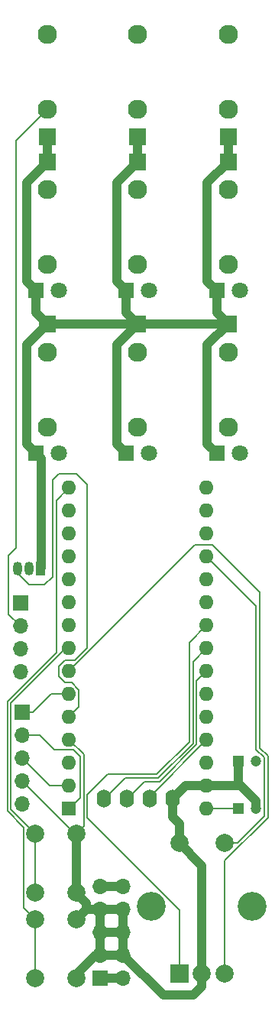
<source format=gbr>
%TF.GenerationSoftware,KiCad,Pcbnew,7.0.10-7.0.10~ubuntu22.04.1*%
%TF.CreationDate,2024-05-18T14:45:39+03:00*%
%TF.ProjectId,gtoe,67746f65-2e6b-4696-9361-645f70636258,rev?*%
%TF.SameCoordinates,Original*%
%TF.FileFunction,Copper,L1,Top*%
%TF.FilePolarity,Positive*%
%FSLAX46Y46*%
G04 Gerber Fmt 4.6, Leading zero omitted, Abs format (unit mm)*
G04 Created by KiCad (PCBNEW 7.0.10-7.0.10~ubuntu22.04.1) date 2024-05-18 14:45:39*
%MOMM*%
%LPD*%
G01*
G04 APERTURE LIST*
%TA.AperFunction,ComponentPad*%
%ADD10R,1.930000X1.830000*%
%TD*%
%TA.AperFunction,ComponentPad*%
%ADD11C,2.130000*%
%TD*%
%TA.AperFunction,ComponentPad*%
%ADD12C,2.000000*%
%TD*%
%TA.AperFunction,ComponentPad*%
%ADD13R,1.800000X1.800000*%
%TD*%
%TA.AperFunction,ComponentPad*%
%ADD14C,1.800000*%
%TD*%
%TA.AperFunction,ComponentPad*%
%ADD15O,1.600000X2.000000*%
%TD*%
%TA.AperFunction,ComponentPad*%
%ADD16R,2.000000X2.000000*%
%TD*%
%TA.AperFunction,ComponentPad*%
%ADD17C,3.200000*%
%TD*%
%TA.AperFunction,ComponentPad*%
%ADD18R,1.200000X1.200000*%
%TD*%
%TA.AperFunction,ComponentPad*%
%ADD19C,1.200000*%
%TD*%
%TA.AperFunction,ComponentPad*%
%ADD20R,1.700000X1.700000*%
%TD*%
%TA.AperFunction,ComponentPad*%
%ADD21O,1.700000X1.700000*%
%TD*%
%TA.AperFunction,ComponentPad*%
%ADD22R,1.600000X1.600000*%
%TD*%
%TA.AperFunction,ComponentPad*%
%ADD23O,1.600000X1.600000*%
%TD*%
%TA.AperFunction,ComponentPad*%
%ADD24R,1.050000X1.500000*%
%TD*%
%TA.AperFunction,ComponentPad*%
%ADD25O,1.050000X1.500000*%
%TD*%
%TA.AperFunction,Conductor*%
%ADD26C,1.000000*%
%TD*%
%TA.AperFunction,Conductor*%
%ADD27C,0.200000*%
%TD*%
G04 APERTURE END LIST*
D10*
%TO.P,J9,S*%
%TO.N,GND*%
X124800000Y-52780000D03*
D11*
%TO.P,J9,T*%
%TO.N,Net-(J9-PadT)*%
X124800000Y-41380000D03*
%TO.P,J9,TN*%
%TO.N,Net-(J9-PadTN)*%
X124800000Y-49680000D03*
%TD*%
D12*
%TO.P,SW3,1*%
%TO.N,SHIFT BTN*%
X103450000Y-146000000D03*
X103450000Y-139500000D03*
%TO.P,SW3,2*%
%TO.N,GND*%
X107950000Y-139500000D03*
X107950000Y-146000000D03*
%TD*%
D13*
%TO.P,D5,1,K*%
%TO.N,GND*%
X113530000Y-87800000D03*
D14*
%TO.P,D5,2,A*%
%TO.N,Net-(D5-Pad2)*%
X116070000Y-87800000D03*
%TD*%
D10*
%TO.P,J2,S*%
%TO.N,GND*%
X114800000Y-55520000D03*
D11*
%TO.P,J2,T*%
%TO.N,Net-(J2-PadT)*%
X114800000Y-66920000D03*
%TO.P,J2,TN*%
%TO.N,unconnected-(J2-PadTN)*%
X114800000Y-58620000D03*
%TD*%
D10*
%TO.P,J5,S*%
%TO.N,GND*%
X114800000Y-73520000D03*
D11*
%TO.P,J5,T*%
%TO.N,Net-(J5-PadT)*%
X114800000Y-84920000D03*
%TO.P,J5,TN*%
%TO.N,unconnected-(J5-PadTN)*%
X114800000Y-76620000D03*
%TD*%
D13*
%TO.P,D4,1,K*%
%TO.N,GND*%
X103530000Y-87800000D03*
D14*
%TO.P,D4,2,A*%
%TO.N,Net-(D4-Pad2)*%
X106070000Y-87800000D03*
%TD*%
D13*
%TO.P,D3,1,K*%
%TO.N,GND*%
X123530000Y-69800000D03*
D14*
%TO.P,D3,2,A*%
%TO.N,Net-(D3-Pad2)*%
X126070000Y-69800000D03*
%TD*%
D15*
%TO.P,Screen,1,GND*%
%TO.N,GND*%
X118621000Y-126100000D03*
%TO.P,Screen,2,VCC*%
%TO.N,+5V*%
X116081000Y-126100000D03*
%TO.P,Screen,3,SCL*%
%TO.N,I2C SCL*%
X113541000Y-126100000D03*
%TO.P,Screen,4,SDA*%
%TO.N,I2C SDA*%
X111000000Y-126100000D03*
%TD*%
D10*
%TO.P,J3,S*%
%TO.N,GND*%
X124800000Y-55520000D03*
D11*
%TO.P,J3,T*%
%TO.N,Net-(J3-PadT)*%
X124800000Y-66920000D03*
%TO.P,J3,TN*%
%TO.N,unconnected-(J3-PadTN)*%
X124800000Y-58620000D03*
%TD*%
D13*
%TO.P,D2,1,K*%
%TO.N,GND*%
X113530000Y-69800000D03*
D14*
%TO.P,D2,2,A*%
%TO.N,Net-(D2-Pad2)*%
X116070000Y-69800000D03*
%TD*%
D16*
%TO.P,SW2,A,A*%
%TO.N,ENC_D1*%
X119400000Y-145500000D03*
D12*
%TO.P,SW2,B,B*%
%TO.N,ENC_D2*%
X124400000Y-145500000D03*
%TO.P,SW2,C,C*%
%TO.N,GND*%
X121900000Y-145500000D03*
D17*
%TO.P,SW2,MP*%
%TO.N,N/C*%
X116300000Y-138000000D03*
X127500000Y-138000000D03*
D12*
%TO.P,SW2,S1,S1*%
%TO.N,ENC_BTN*%
X124400000Y-131000000D03*
%TO.P,SW2,S2,S2*%
%TO.N,GND*%
X119400000Y-131000000D03*
%TD*%
D10*
%TO.P,J8,S*%
%TO.N,GND*%
X114800000Y-52780000D03*
D11*
%TO.P,J8,T*%
%TO.N,Net-(J8-PadT)*%
X114800000Y-41380000D03*
%TO.P,J8,TN*%
%TO.N,Net-(J8-PadTN)*%
X114800000Y-49680000D03*
%TD*%
D10*
%TO.P,J6,S*%
%TO.N,GND*%
X124800000Y-73520000D03*
D11*
%TO.P,J6,T*%
%TO.N,Net-(J6-PadT)*%
X124800000Y-84920000D03*
%TO.P,J6,TN*%
%TO.N,unconnected-(J6-PadTN)*%
X124800000Y-76620000D03*
%TD*%
D10*
%TO.P,J1,S*%
%TO.N,GND*%
X104800000Y-55520000D03*
D11*
%TO.P,J1,T*%
%TO.N,Net-(J1-PadT)*%
X104800000Y-66920000D03*
%TO.P,J1,TN*%
%TO.N,unconnected-(J1-PadTN)*%
X104800000Y-58620000D03*
%TD*%
D13*
%TO.P,D6,1,K*%
%TO.N,GND*%
X123530000Y-87800000D03*
D14*
%TO.P,D6,2,A*%
%TO.N,Net-(D6-Pad2)*%
X126070000Y-87800000D03*
%TD*%
D13*
%TO.P,D1,1,K*%
%TO.N,GND*%
X103530000Y-69800000D03*
D14*
%TO.P,D1,2,A*%
%TO.N,Net-(D1-Pad2)*%
X106070000Y-69800000D03*
%TD*%
D10*
%TO.P,J4,S*%
%TO.N,GND*%
X104800000Y-73520000D03*
D11*
%TO.P,J4,T*%
%TO.N,Net-(J4-PadT)*%
X104800000Y-84920000D03*
%TO.P,J4,TN*%
%TO.N,unconnected-(J4-PadTN)*%
X104800000Y-76620000D03*
%TD*%
D10*
%TO.P,J7,S*%
%TO.N,GND*%
X104800000Y-52780000D03*
D11*
%TO.P,J7,T*%
%TO.N,Net-(J7-PadT)*%
X104800000Y-41380000D03*
%TO.P,J7,TN*%
%TO.N,DIGITAL INPUT PIN*%
X104800000Y-49680000D03*
%TD*%
D12*
%TO.P,SW1,1*%
%TO.N,START STOP BTN*%
X103450000Y-136500000D03*
X103450000Y-130000000D03*
%TO.P,SW1,2*%
%TO.N,GND*%
X107950000Y-130000000D03*
X107950000Y-136500000D03*
%TD*%
D18*
%TO.P,C1,1*%
%TO.N,+12V*%
X125900000Y-127200000D03*
D19*
%TO.P,C1,2*%
%TO.N,GND*%
X127900000Y-127200000D03*
%TD*%
D20*
%TO.P,LINK,1,Pin_1*%
%TO.N,GND*%
X101800000Y-104450000D03*
D21*
%TO.P,LINK,2,Pin_2*%
%TO.N,DIGITAL INPUT PIN*%
X101800000Y-106990000D03*
%TO.P,LINK,3,Pin_3*%
%TO.N,24ppqn OUT*%
X101800000Y-109530000D03*
%TO.P,LINK,4,Pin_4*%
%TO.N,GND*%
X101800000Y-112070000D03*
%TD*%
D22*
%TO.P,A1,1,D1/TX*%
%TO.N,Serial Out*%
X107175000Y-127200000D03*
D23*
%TO.P,A1,2,D0/RX*%
%TO.N,Serial In*%
X107175000Y-124660000D03*
%TO.P,A1,3,~{RESET}*%
%TO.N,unconnected-(A1-Pad3)*%
X107175000Y-122120000D03*
%TO.P,A1,4,GND*%
%TO.N,GND*%
X107175000Y-119580000D03*
%TO.P,A1,5,D2*%
%TO.N,DIGITAL INPUT*%
X107175000Y-117040000D03*
%TO.P,A1,6,D3*%
%TO.N,24ppqn OUT*%
X107175000Y-114500000D03*
%TO.P,A1,7,D4*%
%TO.N,ENC_D2*%
X107175000Y-111960000D03*
%TO.P,A1,8,D5*%
%TO.N,START STOP BTN*%
X107175000Y-109420000D03*
%TO.P,A1,9,D6*%
%TO.N,Channel 4*%
X107175000Y-106880000D03*
%TO.P,A1,10,D7*%
%TO.N,Channel 1*%
X107175000Y-104340000D03*
%TO.P,A1,11,D8*%
%TO.N,Channel 2*%
X107175000Y-101800000D03*
%TO.P,A1,12,D9*%
%TO.N,Channel 5*%
X107175000Y-99260000D03*
%TO.P,A1,13,D10*%
%TO.N,Channel 3*%
X107175000Y-96720000D03*
%TO.P,A1,14,D11*%
%TO.N,Channel 6*%
X107175000Y-94180000D03*
%TO.P,A1,15,D12*%
%TO.N,SHIFT BTN*%
X107175000Y-91640000D03*
%TO.P,A1,16,D13*%
%TO.N,unconnected-(A1-Pad16)*%
X122415000Y-91640000D03*
%TO.P,A1,17,3V3*%
%TO.N,unconnected-(A1-Pad17)*%
X122415000Y-94180000D03*
%TO.P,A1,18,AREF*%
%TO.N,unconnected-(A1-Pad18)*%
X122415000Y-96720000D03*
%TO.P,A1,19,A0*%
%TO.N,ENC_BTN*%
X122415000Y-99260000D03*
%TO.P,A1,20,A1*%
%TO.N,unconnected-(A1-Pad20)*%
X122415000Y-101800000D03*
%TO.P,A1,21,A2*%
%TO.N,unconnected-(A1-Pad21)*%
X122415000Y-104340000D03*
%TO.P,A1,22,A3*%
%TO.N,ENC_D1*%
X122415000Y-106880000D03*
%TO.P,A1,23,A4*%
%TO.N,I2C SDA*%
X122415000Y-109420000D03*
%TO.P,A1,24,A5*%
%TO.N,I2C SCL*%
X122415000Y-111960000D03*
%TO.P,A1,25,A6*%
%TO.N,CV2 INPUT*%
X122415000Y-114500000D03*
%TO.P,A1,26,A7*%
%TO.N,CV1 INPUT*%
X122415000Y-117040000D03*
%TO.P,A1,27,+5V*%
%TO.N,+5V*%
X122415000Y-119580000D03*
%TO.P,A1,28,~{RESET}*%
%TO.N,unconnected-(A1-Pad28)*%
X122415000Y-122120000D03*
%TO.P,A1,29,GND*%
%TO.N,GND*%
X122415000Y-124660000D03*
%TO.P,A1,30,VIN*%
%TO.N,+12V*%
X122415000Y-127200000D03*
%TD*%
D20*
%TO.P,MIDI,1,Pin_1*%
%TO.N,24ppqn OUT*%
X102000000Y-116525000D03*
D21*
%TO.P,MIDI,2,Pin_2*%
%TO.N,Serial Out*%
X102000000Y-119065000D03*
%TO.P,MIDI,3,Pin_3*%
%TO.N,Serial In*%
X102000000Y-121605000D03*
%TO.P,MIDI,4,Pin_4*%
%TO.N,GND*%
X102000000Y-124145000D03*
%TO.P,MIDI,5,Pin_5*%
%TO.N,+5V*%
X102000000Y-126685000D03*
%TD*%
D18*
%TO.P,C2,1*%
%TO.N,GND*%
X125900000Y-121900000D03*
D19*
%TO.P,C2,2*%
%TO.N,-12V*%
X127900000Y-121900000D03*
%TD*%
D24*
%TO.P,Q1,1,E*%
%TO.N,GND*%
X104020000Y-100610000D03*
D25*
%TO.P,Q1,2,B*%
%TO.N,Net-(D7-Pad1)*%
X102750000Y-100610000D03*
%TO.P,Q1,3,C*%
%TO.N,DIGITAL INPUT*%
X101480000Y-100610000D03*
%TD*%
D21*
%TO.P,J10,10,Pin_10*%
%TO.N,Net-(D13-Pad2)*%
X113180000Y-135800000D03*
%TO.P,J10,9,Pin_9*%
X110640000Y-135800000D03*
%TO.P,J10,8,Pin_8*%
%TO.N,GND*%
X113180000Y-138340000D03*
%TO.P,J10,7,Pin_7*%
X110640000Y-138340000D03*
%TO.P,J10,6,Pin_6*%
X113180000Y-140880000D03*
%TO.P,J10,5,Pin_5*%
X110640000Y-140880000D03*
%TO.P,J10,4,Pin_4*%
X113180000Y-143420000D03*
%TO.P,J10,3,Pin_3*%
X110640000Y-143420000D03*
%TO.P,J10,2,Pin_2*%
%TO.N,Net-(D12-Pad1)*%
X113180000Y-145960000D03*
D20*
%TO.P,J10,1,Pin_1*%
X110640000Y-145960000D03*
%TD*%
D26*
%TO.N,GND*%
X107950000Y-136500000D02*
X109110000Y-137660000D01*
X109110000Y-137660000D02*
X109110000Y-138340000D01*
X107950000Y-139500000D02*
X109110000Y-138340000D01*
X109110000Y-138340000D02*
X109790000Y-138340000D01*
X110640000Y-138340000D02*
X109790000Y-138340000D01*
X113180000Y-143420000D02*
X117620000Y-147860000D01*
X117620000Y-147860000D02*
X120954213Y-147860000D01*
X120954213Y-147860000D02*
X121900000Y-146914213D01*
X121900000Y-146914213D02*
X121900000Y-145500000D01*
X110640000Y-143420000D02*
X110080000Y-143420000D01*
X110080000Y-143420000D02*
X107950000Y-145550000D01*
X107950000Y-145550000D02*
X107950000Y-146000000D01*
D27*
%TO.N,Serial Out*%
X103900000Y-119050000D02*
X103885000Y-119065000D01*
X107175000Y-127200000D02*
X108400000Y-125975000D01*
X108400000Y-125975000D02*
X108400000Y-121400000D01*
X108400000Y-121400000D02*
X107680000Y-120680000D01*
X107680000Y-120680000D02*
X105530000Y-120680000D01*
X105530000Y-120680000D02*
X103900000Y-119050000D01*
X103885000Y-119065000D02*
X102000000Y-119065000D01*
%TO.N,Serial In*%
X107175000Y-124660000D02*
X105055000Y-124660000D01*
X105055000Y-124660000D02*
X102000000Y-121605000D01*
D26*
%TO.N,GND*%
X104100000Y-88370000D02*
X103530000Y-87800000D01*
X124800000Y-55520000D02*
X122500000Y-57820000D01*
D27*
X102000000Y-124145000D02*
X107855000Y-130000000D01*
D26*
X104020000Y-100610000D02*
X104100000Y-100530000D01*
X113530000Y-69800000D02*
X113530000Y-72250000D01*
X112500000Y-86770000D02*
X113530000Y-87800000D01*
X114800000Y-73520000D02*
X104800000Y-73520000D01*
X104800000Y-73520000D02*
X102500000Y-75820000D01*
X102500000Y-75820000D02*
X102500000Y-86770000D01*
X112500000Y-68770000D02*
X113530000Y-69800000D01*
X102500000Y-57820000D02*
X102500000Y-68770000D01*
X110640000Y-143420000D02*
X110640000Y-140880000D01*
X122415000Y-124660000D02*
X126208528Y-124660000D01*
X110640000Y-138340000D02*
X110640000Y-140880000D01*
X103530000Y-72250000D02*
X104800000Y-73520000D01*
X126208528Y-124660000D02*
X127900000Y-126351472D01*
X124800000Y-73520000D02*
X114800000Y-73520000D01*
X107950000Y-136500000D02*
X107950000Y-130000000D01*
X122415000Y-124660000D02*
X120061000Y-124660000D01*
X113180000Y-140880000D02*
X113180000Y-143420000D01*
X123530000Y-72250000D02*
X124800000Y-73520000D01*
X114800000Y-55520000D02*
X112500000Y-57820000D01*
X122500000Y-57820000D02*
X122500000Y-68770000D01*
X113180000Y-138340000D02*
X110640000Y-138340000D01*
X114800000Y-52780000D02*
X114800000Y-55520000D01*
X102500000Y-86770000D02*
X103530000Y-87800000D01*
X123530000Y-69800000D02*
X123530000Y-72250000D01*
D27*
X108800000Y-121205000D02*
X107175000Y-119580000D01*
D26*
X121900000Y-145500000D02*
X121900000Y-133500000D01*
X110640000Y-140880000D02*
X113180000Y-140880000D01*
X125900000Y-124351472D02*
X126208528Y-124660000D01*
X124800000Y-52780000D02*
X124800000Y-55520000D01*
X124800000Y-73520000D02*
X122500000Y-75820000D01*
X127900000Y-126351472D02*
X127900000Y-127200000D01*
X121900000Y-133500000D02*
X119400000Y-131000000D01*
X122500000Y-86770000D02*
X123530000Y-87800000D01*
X103530000Y-69800000D02*
X103530000Y-72250000D01*
X119400000Y-131000000D02*
X119400000Y-128879000D01*
X122500000Y-68770000D02*
X123530000Y-69800000D01*
X112500000Y-57820000D02*
X112500000Y-68770000D01*
X102500000Y-68770000D02*
X103530000Y-69800000D01*
D27*
X107855000Y-130000000D02*
X107950000Y-130000000D01*
D26*
X122500000Y-75820000D02*
X122500000Y-86770000D01*
X113180000Y-143420000D02*
X110640000Y-143420000D01*
X104800000Y-52780000D02*
X104800000Y-55520000D01*
X113180000Y-140880000D02*
X113180000Y-138340000D01*
X112500000Y-75820000D02*
X112500000Y-86770000D01*
X114800000Y-73520000D02*
X112500000Y-75820000D01*
X118621000Y-128100000D02*
X118621000Y-126100000D01*
X119400000Y-128879000D02*
X118621000Y-128100000D01*
X120061000Y-124660000D02*
X118621000Y-126100000D01*
X104800000Y-55520000D02*
X102500000Y-57820000D01*
X104100000Y-100530000D02*
X104100000Y-88370000D01*
X113530000Y-72250000D02*
X114800000Y-73520000D01*
D27*
X108800000Y-129150000D02*
X108800000Y-121205000D01*
D26*
X125900000Y-121900000D02*
X125900000Y-124351472D01*
D27*
X107950000Y-130000000D02*
X108800000Y-129150000D01*
%TO.N,DIGITAL INPUT*%
X107175000Y-117040000D02*
X108275000Y-115940000D01*
X106750000Y-113250000D02*
X106075000Y-112575000D01*
X107819314Y-110750000D02*
X109150000Y-109419314D01*
X109150000Y-109419314D02*
X109150000Y-91250000D01*
X105350000Y-101500000D02*
X104450000Y-102400000D01*
X109150000Y-91250000D02*
X108000000Y-90100000D01*
X108000000Y-90100000D02*
X106050000Y-90100000D01*
X106075000Y-112575000D02*
X106075000Y-111425000D01*
X106050000Y-90100000D02*
X105350000Y-90800000D01*
X106075000Y-111425000D02*
X106750000Y-110750000D01*
X108275000Y-115940000D02*
X108275000Y-114044365D01*
X105350000Y-90800000D02*
X105350000Y-101500000D01*
X102750000Y-102400000D02*
X101480000Y-101130000D01*
X106750000Y-110750000D02*
X107819314Y-110750000D01*
X104450000Y-102400000D02*
X102750000Y-102400000D01*
X108275000Y-114044365D02*
X107480635Y-113250000D01*
X107480635Y-113250000D02*
X106750000Y-113250000D01*
%TO.N,ENC_D2*%
X129200000Y-128179898D02*
X129200000Y-121361521D01*
X128300000Y-103200000D02*
X123100000Y-98000000D01*
X121135000Y-98000000D02*
X107175000Y-111960000D01*
X124400000Y-145500000D02*
X124400000Y-132979899D01*
X124400000Y-132979899D02*
X129200000Y-128179898D01*
X123100000Y-98000000D02*
X121135000Y-98000000D01*
X129200000Y-121361521D02*
X128300000Y-120461521D01*
X128300000Y-120461521D02*
X128300000Y-103200000D01*
%TO.N,ENC_D1*%
X116897943Y-123400000D02*
X120514658Y-119783285D01*
X109200000Y-128212994D02*
X109200000Y-125700000D01*
X109200000Y-125700000D02*
X111500000Y-123400000D01*
X111500000Y-123400000D02*
X116897943Y-123400000D01*
X119400000Y-145500000D02*
X119400000Y-138412994D01*
X120514658Y-119783285D02*
X120514658Y-108780342D01*
X119400000Y-138412994D02*
X109200000Y-128212994D01*
X120514658Y-108780342D02*
X122415000Y-106880000D01*
%TO.N,START STOP BTN*%
X106830000Y-109420000D02*
X107175000Y-109420000D01*
X100750000Y-127300000D02*
X100750000Y-115500000D01*
X103450000Y-136500000D02*
X103450000Y-130000000D01*
X100750000Y-115500000D02*
X106830000Y-109420000D01*
X103450000Y-130000000D02*
X100750000Y-127300000D01*
%TO.N,SHIFT BTN*%
X102150000Y-129265686D02*
X102150000Y-138200000D01*
X102150000Y-138200000D02*
X103450000Y-139500000D01*
X105750000Y-109909314D02*
X100350000Y-115309314D01*
X105750000Y-93065000D02*
X105750000Y-109909314D01*
X100350000Y-115309314D02*
X100350000Y-127465686D01*
X107175000Y-91640000D02*
X105750000Y-93065000D01*
X100350000Y-127465686D02*
X102150000Y-129265686D01*
X103450000Y-146000000D02*
X103450000Y-139500000D01*
%TO.N,24ppqn OUT*%
X107175000Y-114500000D02*
X105200000Y-114500000D01*
X105200000Y-114500000D02*
X103175000Y-116525000D01*
X103175000Y-116525000D02*
X102000000Y-116525000D01*
%TO.N,ENC_BTN*%
X125814213Y-131000000D02*
X128800000Y-128014213D01*
X127900000Y-104745000D02*
X122415000Y-99260000D01*
X128800000Y-128014213D02*
X128800000Y-121527207D01*
X127900000Y-120627207D02*
X127900000Y-104745000D01*
X128800000Y-121527207D02*
X127900000Y-120627207D01*
X124400000Y-131000000D02*
X125814213Y-131000000D01*
%TO.N,I2C SDA*%
X117063629Y-123800000D02*
X113403000Y-123800000D01*
X113403000Y-123800000D02*
X111000000Y-126203000D01*
X122415000Y-109420000D02*
X120914658Y-110920342D01*
X120914658Y-119948971D02*
X117063629Y-123800000D01*
X120914658Y-110920342D02*
X120914658Y-119948971D01*
%TO.N,I2C SCL*%
X122415000Y-111960000D02*
X121314658Y-113060342D01*
X121314658Y-113060342D02*
X121314658Y-120114657D01*
X121314658Y-120114657D02*
X117229315Y-124200000D01*
X117229315Y-124200000D02*
X115543000Y-124200000D01*
X115543000Y-124200000D02*
X113541000Y-126202000D01*
%TO.N,+5V*%
X122415000Y-119580000D02*
X116081000Y-125914000D01*
%TO.N,+12V*%
X125900000Y-127200000D02*
X122415000Y-127200000D01*
%TO.N,DIGITAL INPUT PIN*%
X101300000Y-53180000D02*
X104800000Y-49680000D01*
X101800000Y-106990000D02*
X100450000Y-105640000D01*
X100450000Y-99150000D02*
X101300000Y-98300000D01*
X101300000Y-98300000D02*
X101300000Y-53180000D01*
X100450000Y-105640000D02*
X100450000Y-99150000D01*
D26*
%TO.N,Net-(D12-Pad1)*%
X113180000Y-145960000D02*
X110640000Y-145960000D01*
%TO.N,Net-(D13-Pad2)*%
X113180000Y-135800000D02*
X110640000Y-135800000D01*
%TD*%
M02*

</source>
